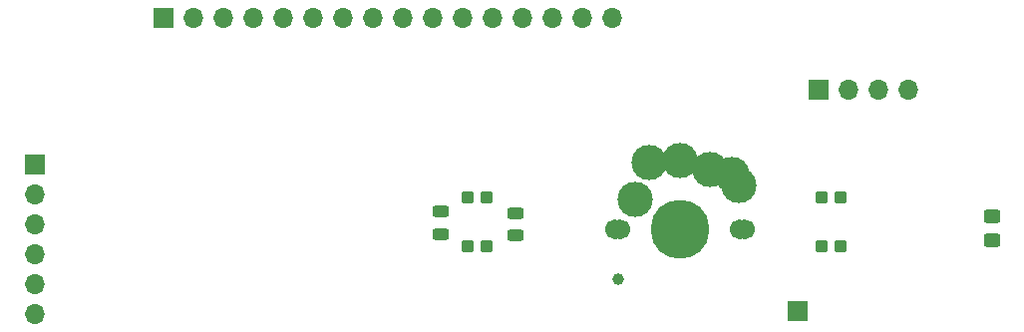
<source format=gts>
G04 #@! TF.GenerationSoftware,KiCad,Pcbnew,8.0.1*
G04 #@! TF.CreationDate,2024-04-21T21:17:43-05:00*
G04 #@! TF.ProjectId,uC_test_PCB,75435f74-6573-4745-9f50-43422e6b6963,rev?*
G04 #@! TF.SameCoordinates,Original*
G04 #@! TF.FileFunction,Soldermask,Top*
G04 #@! TF.FilePolarity,Negative*
%FSLAX46Y46*%
G04 Gerber Fmt 4.6, Leading zero omitted, Abs format (unit mm)*
G04 Created by KiCad (PCBNEW 8.0.1) date 2024-04-21 21:17:43*
%MOMM*%
%LPD*%
G01*
G04 APERTURE LIST*
G04 Aperture macros list*
%AMRoundRect*
0 Rectangle with rounded corners*
0 $1 Rounding radius*
0 $2 $3 $4 $5 $6 $7 $8 $9 X,Y pos of 4 corners*
0 Add a 4 corners polygon primitive as box body*
4,1,4,$2,$3,$4,$5,$6,$7,$8,$9,$2,$3,0*
0 Add four circle primitives for the rounded corners*
1,1,$1+$1,$2,$3*
1,1,$1+$1,$4,$5*
1,1,$1+$1,$6,$7*
1,1,$1+$1,$8,$9*
0 Add four rect primitives between the rounded corners*
20,1,$1+$1,$2,$3,$4,$5,0*
20,1,$1+$1,$4,$5,$6,$7,0*
20,1,$1+$1,$6,$7,$8,$9,0*
20,1,$1+$1,$8,$9,$2,$3,0*%
G04 Aperture macros list end*
%ADD10C,1.701800*%
%ADD11C,3.000000*%
%ADD12C,5.000000*%
%ADD13C,0.990600*%
%ADD14RoundRect,0.243750X-0.456250X0.243750X-0.456250X-0.243750X0.456250X-0.243750X0.456250X0.243750X0*%
%ADD15R,1.700000X1.700000*%
%ADD16O,1.700000X1.700000*%
%ADD17RoundRect,0.250000X0.450000X-0.325000X0.450000X0.325000X-0.450000X0.325000X-0.450000X-0.325000X0*%
%ADD18RoundRect,0.050800X-0.450000X0.450000X-0.450000X-0.450000X0.450000X-0.450000X0.450000X0.450000X0*%
G04 APERTURE END LIST*
D10*
X165726481Y-118316268D03*
X165306481Y-118316268D03*
D11*
X165226481Y-114566268D03*
X165226481Y-114516268D03*
X164626481Y-113616268D03*
X162766481Y-113236268D03*
D12*
X160226481Y-118316268D03*
D11*
X160226481Y-112416268D03*
X157626481Y-112566268D03*
X156416481Y-115776268D03*
D10*
X155146481Y-118316268D03*
D13*
X155006481Y-122516268D03*
D10*
X154726481Y-118316268D03*
D14*
X139925531Y-116792268D03*
X139925531Y-118667268D03*
X146250131Y-116946968D03*
X146250131Y-118821968D03*
D15*
X105410000Y-112776000D03*
D16*
X105410000Y-115316000D03*
X105410000Y-117856000D03*
X105410000Y-120396000D03*
X105410000Y-122936000D03*
X105410000Y-125476000D03*
D15*
X171958000Y-106426000D03*
D16*
X174498000Y-106426000D03*
X177038000Y-106426000D03*
X179578000Y-106426000D03*
D17*
X186712331Y-119188868D03*
X186712331Y-117138868D03*
D15*
X170180000Y-125222000D03*
D18*
X173821731Y-119680468D03*
X173821731Y-115580468D03*
X172221731Y-119680468D03*
X172221731Y-115580468D03*
D15*
X116332000Y-100330000D03*
D16*
X118872000Y-100330000D03*
X121412000Y-100330000D03*
X123952000Y-100330000D03*
X126492000Y-100330000D03*
X129032000Y-100330000D03*
X131572000Y-100330000D03*
X134112000Y-100330000D03*
X136652000Y-100330000D03*
X139192000Y-100330000D03*
X141732000Y-100330000D03*
X144272000Y-100330000D03*
X146812000Y-100330000D03*
X149352000Y-100330000D03*
X151892000Y-100330000D03*
X154432000Y-100330000D03*
D18*
X143824331Y-119680468D03*
X143824331Y-115580468D03*
X142224331Y-119680468D03*
X142224331Y-115580468D03*
M02*

</source>
